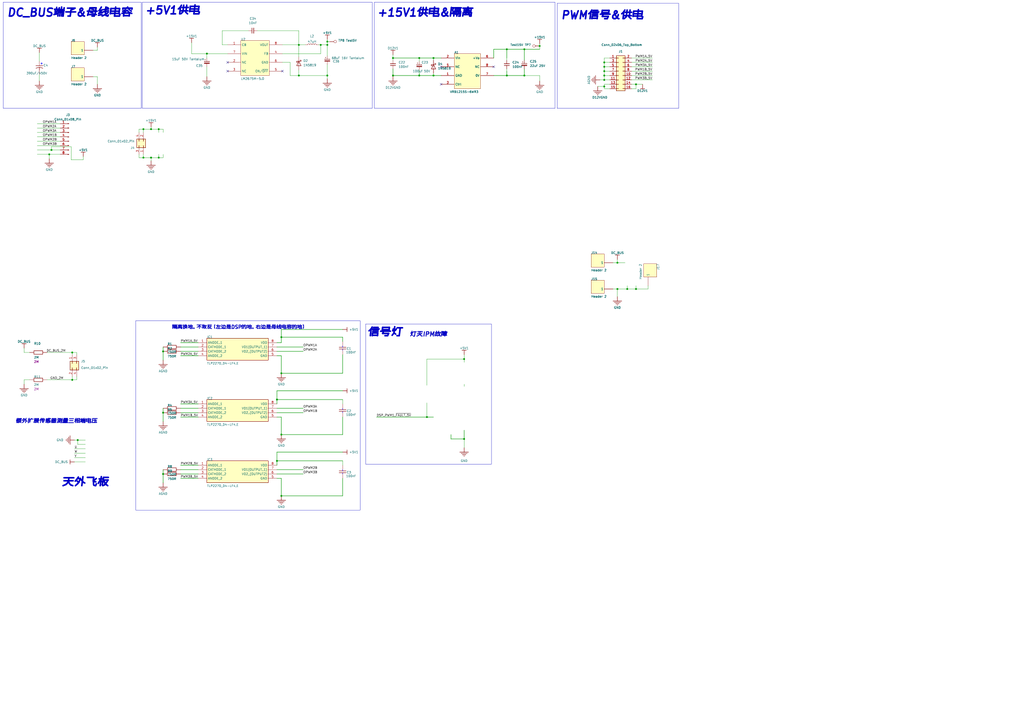
<source format=kicad_sch>
(kicad_sch (version 20230121) (generator eeschema)
  (paper "A2")
  (lib_symbols
    (symbol "Connector:Conn_01x08_Pin" (pin_names (offset 1.016) hide)
      (property "Reference" "J" (at 0 10.16 0))
      (property "Value" "Conn_01x08_Pin" (at 0 -12.7 0))
      (symbol "Conn_01x08_Pin_1_1"
        (pin passive line (at 5.08 7.62 180) (length 3.81) (name "Pin_1") (number "1"))
        (pin passive line (at 5.08 5.08 180) (length 3.81) (name "Pin_2") (number "2"))
        (pin passive line (at 5.08 2.54 180) (length 3.81) (name "Pin_3") (number "3"))
        (pin passive line (at 5.08 0 180) (length 3.81) (name "Pin_4") (number "4"))
        (pin passive line (at 5.08 -2.54 180) (length 3.81) (name "Pin_5") (number "5"))
        (pin passive line (at 5.08 -5.08 180) (length 3.81) (name "Pin_6") (number "6"))
        (pin passive line (at 5.08 -7.62 180) (length 3.81) (name "Pin_7") (number "7"))
        (pin passive line (at 5.08 -10.16 180) (length 3.81) (name "Pin_8") (number "8"))
      )
    )
    (symbol "Connector:TestPoint" (pin_numbers hide) (pin_names (offset 0.762) hide)
      (property "Reference" "TP" (at 0 6.858 0))
      (property "Value" "TestPoint" (at 0 5.08 0))
      (symbol "TestPoint_1_1"
        (pin passive line (at 0 0 90) (length 2.54) (name "1") (number "1"))
      )
    )
    (symbol "Connector_Generic:Conn_02x02_Odd_Even" (pin_names (offset 1.016) hide)
      (property "Reference" "J" (at 1.27 2.54 0))
      (property "Value" "Conn_02x02_Odd_Even" (at 1.27 -5.08 0))
      (symbol "Conn_02x02_Odd_Even_1_1"
        (pin passive line (at -5.08 0 0) (length 3.81) (name "Pin_1") (number "1"))
        (pin passive line (at 7.62 0 180) (length 3.81) (name "Pin_2") (number "2"))
        (pin passive line (at -5.08 -2.54 0) (length 3.81) (name "Pin_3") (number "3"))
        (pin passive line (at 7.62 -2.54 180) (length 3.81) (name "Pin_4") (number "4"))
      )
    )
    (symbol "Connector_Generic:Conn_02x08_Odd_Even" (pin_names (offset 1.016) hide)
      (property "Reference" "J" (at 1.27 10.16 0))
      (property "Value" "Conn_02x08_Odd_Even" (at 1.27 -12.7 0))
      (symbol "Conn_02x08_Odd_Even_1_1"
        (pin passive line (at -5.08 7.62 0) (length 3.81) (name "Pin_1") (number "1"))
        (pin passive line (at 7.62 -2.54 180) (length 3.81) (name "Pin_10") (number "10"))
        (pin passive line (at -5.08 -5.08 0) (length 3.81) (name "Pin_11") (number "11"))
        (pin passive line (at 7.62 -5.08 180) (length 3.81) (name "Pin_12") (number "12"))
        (pin passive line (at -5.08 -7.62 0) (length 3.81) (name "Pin_13") (number "13"))
        (pin passive line (at 7.62 -7.62 180) (length 3.81) (name "Pin_14") (number "14"))
        (pin passive line (at -5.08 -10.16 0) (length 3.81) (name "Pin_15") (number "15"))
        (pin passive line (at 7.62 -10.16 180) (length 3.81) (name "Pin_16") (number "16"))
        (pin passive line (at 7.62 7.62 180) (length 3.81) (name "Pin_2") (number "2"))
        (pin passive line (at -5.08 5.08 0) (length 3.81) (name "Pin_3") (number "3"))
        (pin passive line (at 7.62 5.08 180) (length 3.81) (name "Pin_4") (number "4"))
        (pin passive line (at -5.08 2.54 0) (length 3.81) (name "Pin_5") (number "5"))
        (pin passive line (at 7.62 2.54 180) (length 3.81) (name "Pin_6") (number "6"))
        (pin passive line (at -5.08 0 0) (length 3.81) (name "Pin_7") (number "7"))
        (pin passive line (at 7.62 0 180) (length 3.81) (name "Pin_8") (number "8"))
        (pin passive line (at -5.08 -2.54 0) (length 3.81) (name "Pin_9") (number "9"))
      )
    )
    (symbol "Device:C_Polarized_Small" (pin_numbers hide) (pin_names (offset 0.254) hide)
      (property "Reference" "C" (at 0.254 1.778 0))
      (property "Value" "C_Polarized_Small" (at 0.254 -2.032 0))
      (symbol "C_Polarized_Small_1_1"
        (pin passive line (at 0 2.54 270) (length 1.8542) (name "~") (number "1"))
        (pin passive line (at 0 -2.54 90) (length 1.8542) (name "~") (number "2"))
      )
    )
    (symbol "Device:C_Small" (pin_numbers hide) (pin_names (offset 0.254) hide)
      (property "Reference" "C" (at 0.254 1.778 0))
      (property "Value" "C_Small" (at 0.254 -2.032 0))
      (symbol "C_Small_1_1"
        (pin passive line (at 0 2.54 270) (length 2.032) (name "~") (number "1"))
        (pin passive line (at 0 -2.54 90) (length 2.032) (name "~") (number "2"))
      )
    )
    (symbol "Device:D_Schottky" (pin_numbers hide) (pin_names (offset 1.016) hide)
      (property "Reference" "D" (at 0 2.54 0))
      (property "Value" "D_Schottky" (at 0 -2.54 0))
      (symbol "D_Schottky_1_1"
        (pin passive line (at -3.81 0 0) (length 2.54) (name "K") (number "1"))
        (pin passive line (at 3.81 0 180) (length 2.54) (name "A") (number "2"))
      )
    )
    (symbol "Device:L" (pin_numbers hide) (pin_names (offset 1.016) hide)
      (property "Reference" "L" (at -1.27 0 90))
      (property "Value" "L" (at 1.905 0 90))
      (symbol "L_1_1"
        (pin passive line (at 0 3.81 270) (length 1.27) (name "1") (number "1"))
        (pin passive line (at 0 -3.81 90) (length 1.27) (name "2") (number "2"))
      )
    )
    (symbol "inventer-altium-import:D12V1" (power)
      (property "Reference" "#PWR" (at 0 0 0))
      (property "Value" "D12V1" (at 0 3.81 0))
      (symbol "D12V1_0_0"
        (pin power_in line (at 0 0 0) (length 0) hide (name "D12V1") (number ""))
      )
    )
    (symbol "inventer-altium-import:D12VGND" (power)
      (property "Reference" "#PWR" (at 0 0 0))
      (property "Value" "D12VGND" (at 0 6.35 0))
      (symbol "D12VGND_0_0"
        (pin power_in line (at 0 0 0) (length 0) hide (name "D12VGND") (number ""))
      )
    )
    (symbol "inventer-altium-import:root_0_Component_1"
      (symbol "root_0_Component_1_1_0"
        (pin passive line (at -7.62 7.62 0) (length 7.62) (name "GND") (number "1"))
        (pin passive line (at -7.62 17.78 0) (length 7.62) (name "Vin") (number "2"))
        (pin passive line (at -7.62 2.54 0) (length 7.62) (name "Ctrl") (number "3"))
        (pin passive line (at -7.62 12.7 0) (length 7.62) (name "NC") (number "5"))
        (pin passive line (at 22.86 17.78 180) (length 7.62) (name "+Vo") (number "6"))
        (pin passive line (at 22.86 7.62 180) (length 7.62) (name "0V") (number "7"))
        (pin passive line (at 22.86 12.7 180) (length 7.62) (name "NC") (number "8"))
      )
    )
    (symbol "inverter-altium-import:+15V1" (power)
      (property "Reference" "#PWR" (at 0 0 0))
      (property "Value" "+15V1" (at 0 3.81 0))
      (symbol "+15V1_0_0"
        (pin power_in line (at 0 0 0) (length 0) hide (name "+15V1") (number ""))
      )
    )
    (symbol "inverter-altium-import:+5V1" (power)
      (property "Reference" "#PWR" (at 0 0 0))
      (property "Value" "+5V1" (at 0 3.81 0))
      (symbol "+5V1_0_0"
        (pin power_in line (at 0 0 0) (length 0) hide (name "+5V1") (number ""))
      )
    )
    (symbol "inverter-altium-import:AGND" (power)
      (property "Reference" "#PWR" (at 0 0 0))
      (property "Value" "AGND" (at 0 6.35 0))
      (symbol "AGND_0_0"
        (pin power_in line (at 0 0 0) (length 0) hide (name "AGND") (number ""))
      )
    )
    (symbol "inverter-altium-import:DC_BUS" (power)
      (property "Reference" "#PWR" (at 0 0 0))
      (property "Value" "DC_BUS" (at 0 3.81 0))
      (symbol "DC_BUS_0_0"
        (pin power_in line (at 0 0 0) (length 0) hide (name "DC_BUS") (number ""))
      )
    )
    (symbol "inverter-altium-import:GND" (power)
      (property "Reference" "#PWR" (at 0 0 0))
      (property "Value" "GND" (at 0 6.35 0))
      (symbol "GND_0_0"
        (pin power_in line (at 0 0 0) (length 0) hide (name "GND") (number ""))
      )
    )
    (symbol "inverter-altium-import:root_0_LM2675"
      (symbol "root_0_LM2675_1_0"
        (pin passive line (at -7.62 -2.54 0) (length 7.62) (name "CB") (number "1"))
        (pin passive line (at -7.62 -12.7 0) (length 7.62) (name "NC") (number "2"))
        (pin passive line (at -7.62 -17.78 0) (length 7.62) (name "NC") (number "3"))
        (pin passive line (at 24.13 -7.62 180) (length 7.62) (name "FB") (number "4"))
        (pin passive line (at 24.13 -17.78 180) (length 7.62) (name "ON/~{OFF}") (number "5"))
        (pin passive line (at 24.13 -12.7 180) (length 7.62) (name "GND") (number "6"))
        (pin passive line (at -7.62 -7.62 0) (length 7.62) (name "VIN") (number "7"))
        (pin passive line (at 24.13 -2.54 180) (length 7.62) (name "VOUT") (number "8"))
      )
    )
    (symbol "inverter-altium-import:root_0_Res2"
      (symbol "root_0_Res2_1_0"
        (pin passive line (at -2.54 -2.54 0) (length 2.54) (name "1") (number "1"))
        (pin passive line (at 7.62 -2.54 180) (length 2.54) (name "2") (number "2"))
      )
    )
    (symbol "inverter-altium-import:root_0_TLP2270_D4-LF4,E"
      (symbol "root_0_TLP2270_D4-LF4,E_1_0"
        (pin passive line (at 0 0 0) (length 5.08) (name "ANODE_1") (number "1"))
        (pin passive line (at 0 -2.54 0) (length 5.08) (name "CATHODE_1") (number "2"))
        (pin passive line (at 0 -5.08 0) (length 5.08) (name "CATHODE_2") (number "3"))
        (pin passive line (at 0 -7.62 0) (length 5.08) (name "ANODE_2") (number "4"))
        (pin passive line (at 45.72 -7.62 180) (length 5.08) (name "GND") (number "5"))
        (pin passive line (at 45.72 -5.08 180) (length 5.08) (name "VO2_(OUTPUT2)") (number "6"))
        (pin passive line (at 45.72 -2.54 180) (length 5.08) (name "VO1(OUTPUT_1)") (number "7"))
        (pin passive line (at 45.72 0 180) (length 5.08) (name "VDD") (number "8"))
      )
    )
    (symbol "inverter-altium-import:root_1_Cap"
      (symbol "root_1_Cap_1_0"
        (pin passive line (at 2.54 -2.54 90) (length 2.54) (name "1") (number "1"))
        (pin passive line (at 2.54 5.08 270) (length 2.54) (name "2") (number "2"))
      )
    )
    (symbol "inverter-altium-import:root_2_Header 2"
      (symbol "root_2_Header 2_1_0"
        (pin passive line (at 5.08 2.54 180) (length 5.08) (name "1") (number "1"))
      )
    )
    (symbol "inverter-altium-import:root_2_Res2"
      (symbol "root_2_Res2_1_0"
        (pin passive line (at 2.54 2.54 180) (length 2.54) (name "1") (number "1"))
        (pin passive line (at -7.62 2.54 0) (length 2.54) (name "2") (number "2"))
      )
    )
    (symbol "inverter-altium-import:root_3_Cap Pol1"
      (symbol "root_3_Cap Pol1_1_0"
        (pin passive line (at -2.54 2.54 270) (length 2.54) (name "1") (number "1"))
        (pin passive line (at -2.54 -5.08 90) (length 2.54) (name "2") (number "2"))
      )
    )
  )
  (junction (at 269.24 208.28))
  (junction (at 251.46 33.655))
  (junction (at 294.005 43.815))
  (junction (at 189.865 24.13))
  (junction (at 350.52 36.195))
  (junction (at 163.195 195.58))
  (junction (at 313.055 26.67))
  (junction (at 94.615 239.395))
  (junction (at 358.14 152.4))
  (junction (at 45.085 255.27))
  (junction (at 294.005 28.575))
  (junction (at 350.52 41.275))
  (junction (at 173.355 26.035))
  (junction (at 83.185 91.44))
  (junction (at 83.185 74.93))
  (junction (at 87.63 91.44))
  (junction (at 163.195 216.535))
  (junction (at 173.355 43.815))
  (junction (at 163.195 252.095))
  (junction (at 363.855 167.64))
  (junction (at 368.935 48.895))
  (junction (at 92.075 91.44))
  (junction (at 92.075 74.93))
  (junction (at 87.63 74.93))
  (junction (at 160.655 231.775))
  (junction (at 350.52 43.815))
  (junction (at 160.655 267.335))
  (junction (at 350.52 38.735))
  (junction (at 227.965 33.655))
  (junction (at 94.615 274.955))
  (junction (at 227.965 43.815))
  (junction (at 163.195 287.655))
  (junction (at 28.575 89.535))
  (junction (at 368.935 167.64))
  (junction (at 94.615 203.835))
  (junction (at 350.52 50.165))
  (junction (at 243.205 33.655))
  (junction (at 247.65 241.935))
  (junction (at 243.205 43.815))
  (junction (at 269.24 254.635))
  (junction (at 41.91 220.345))
  (junction (at 120.015 31.115))
  (junction (at 358.14 167.64))
  (junction (at 189.865 26.035))
  (junction (at 186.055 26.035))
  (junction (at 41.91 204.47))
  (junction (at 350.52 46.355))
  (junction (at 189.865 43.815))
  (junction (at 29.845 86.995))
  (junction (at 304.165 43.815))
  (junction (at 251.46 43.815))
  (junction (at 304.165 28.575))
  (no_connect (at 255.905 38.735))
  (no_connect (at 163.83 41.275))
  (no_connect (at 132.08 36.195))
  (no_connect (at 255.905 48.895))
  (no_connect (at 286.385 38.735))
  (no_connect (at 132.08 41.275))
  (wire (pts (xy 163.195 252.095) (xy 163.195 241.935)) (stroke (width 0.254)))
  (wire (pts (xy 198.755 231.775) (xy 198.755 234.315)))
  (wire (pts (xy 114.935 241.935) (xy 104.775 241.935)) (stroke (width 0.254)))
  (wire (pts (xy 350.52 36.195) (xy 353.695 36.195)))
  (wire (pts (xy 163.83 36.195) (xy 168.275 36.195)))
  (wire (pts (xy 198.755 267.335) (xy 198.755 269.875)))
  (wire (pts (xy 294.005 33.655) (xy 294.005 34.925)))
  (wire (pts (xy 269.24 208.28) (xy 269.24 210.185)))
  (wire (pts (xy 43.18 260.35) (xy 49.53 260.35)))
  (wire (pts (xy 44.45 218.44) (xy 44.45 220.345)))
  (wire (pts (xy 189.865 26.035) (xy 189.865 32.385)))
  (wire (pts (xy 304.165 40.005) (xy 304.165 43.815)) (stroke (width 0.254)))
  (wire (pts (xy 44.45 205.74) (xy 44.45 204.47)))
  (wire (pts (xy 83.185 89.535) (xy 83.185 91.44)))
  (wire (pts (xy 13.97 204.47) (xy 17.145 204.47)))
  (wire (pts (xy 186.055 31.115) (xy 186.055 26.035)))
  (wire (pts (xy 163.195 195.58) (xy 163.195 198.755)) (stroke (width 0.254)))
  (wire (pts (xy 114.935 272.415) (xy 104.775 272.415)) (stroke (width 0.254)))
  (wire (pts (xy 368.935 48.895) (xy 372.745 48.895)))
  (wire (pts (xy 114.935 277.495) (xy 104.775 277.495)) (stroke (width 0.254)))
  (wire (pts (xy 128.905 26.035) (xy 132.08 26.035)))
  (wire (pts (xy 87.63 91.44) (xy 92.075 91.44)))
  (wire (pts (xy 111.125 31.115) (xy 120.015 31.115)))
  (wire (pts (xy 29.845 86.995) (xy 34.925 86.995)))
  (wire (pts (xy 243.205 33.655) (xy 227.965 33.655)) (stroke (width 0.254)))
  (wire (pts (xy 27.305 220.345) (xy 41.91 220.345)))
  (wire (pts (xy 350.52 38.735) (xy 353.695 38.735)))
  (wire (pts (xy 160.655 239.395) (xy 175.895 239.395)) (stroke (width 0.254)))
  (wire (pts (xy 41.275 92.71) (xy 48.26 92.71)))
  (wire (pts (xy 80.645 74.93) (xy 80.645 76.835)))
  (wire (pts (xy 114.935 206.375) (xy 104.775 206.375)) (stroke (width 0.254)))
  (wire (pts (xy 294.005 28.575) (xy 304.165 28.575)) (stroke (width 0.254)))
  (wire (pts (xy 94.615 239.395) (xy 94.615 244.475)) (stroke (width 0.254)))
  (wire (pts (xy 28.575 89.535) (xy 34.925 89.535)))
  (wire (pts (xy 144.145 17.78) (xy 128.905 17.78)))
  (wire (pts (xy 286.385 28.575) (xy 294.005 28.575)) (stroke (width 0.254)))
  (wire (pts (xy 304.165 43.815) (xy 294.005 43.815)) (stroke (width 0.254)))
  (wire (pts (xy 56.515 27.305) (xy 56.515 29.21)))
  (wire (pts (xy 243.205 43.815) (xy 243.205 42.545)) (stroke (width 0.254)))
  (wire (pts (xy 261.62 252.095) (xy 261.62 254.635)) (stroke (width 0.254)))
  (wire (pts (xy 304.165 28.575) (xy 304.165 34.925)) (stroke (width 0.254)))
  (wire (pts (xy 87.63 91.44) (xy 87.63 93.345)))
  (wire (pts (xy 49.53 257.81) (xy 45.085 257.81)))
  (wire (pts (xy 160.655 272.415) (xy 175.895 272.415)) (stroke (width 0.254)))
  (wire (pts (xy 350.52 41.275) (xy 353.695 41.275)))
  (wire (pts (xy 83.185 91.44) (xy 87.63 91.44)))
  (wire (pts (xy 350.52 51.435) (xy 350.52 50.165)))
  (wire (pts (xy 27.305 204.47) (xy 41.91 204.47)))
  (wire (pts (xy 163.195 287.655) (xy 163.195 277.495)) (stroke (width 0.254)))
  (wire (pts (xy 366.395 41.275) (xy 378.46 41.275)))
  (wire (pts (xy 94.615 272.415) (xy 94.615 274.955)) (stroke (width 0.254)))
  (wire (pts (xy 247.65 223.52) (xy 247.65 208.28)))
  (wire (pts (xy 363.855 165.735) (xy 363.855 167.64)))
  (wire (pts (xy 269.24 222.885) (xy 269.24 224.155)))
  (wire (pts (xy 313.055 26.67) (xy 313.055 28.575)))
  (wire (pts (xy 366.395 36.195) (xy 378.46 36.195)))
  (wire (pts (xy 28.575 89.535) (xy 28.575 92.075)))
  (wire (pts (xy 227.965 40.005) (xy 227.965 43.815)) (stroke (width 0.254)))
  (wire (pts (xy 160.655 226.695) (xy 160.655 231.775)) (stroke (width 0.254)))
  (wire (pts (xy 286.385 33.655) (xy 286.385 28.575)) (stroke (width 0.254)))
  (wire (pts (xy 375.92 165.735) (xy 375.92 167.64)))
  (wire (pts (xy 227.965 44.45) (xy 227.965 43.815)))
  (wire (pts (xy 366.395 33.655) (xy 378.46 33.655)))
  (wire (pts (xy 160.655 267.335) (xy 160.655 269.875)) (stroke (width 0.254)))
  (wire (pts (xy 366.395 46.355) (xy 378.46 46.355)))
  (wire (pts (xy 294.005 40.005) (xy 294.005 41.275)))
  (wire (pts (xy 13.97 222.885) (xy 13.97 220.345)))
  (wire (pts (xy 21.59 84.455) (xy 34.925 84.455)))
  (wire (pts (xy 163.195 216.535) (xy 198.755 216.535)) (stroke (width 0.254)))
  (wire (pts (xy 160.655 274.955) (xy 175.895 274.955)) (stroke (width 0.254)))
  (wire (pts (xy 189.865 24.13) (xy 189.865 22.86)))
  (wire (pts (xy 163.195 287.655) (xy 198.755 287.655)) (stroke (width 0.254)))
  (wire (pts (xy 21.59 74.295) (xy 34.925 74.295)))
  (wire (pts (xy 41.91 220.345) (xy 44.45 220.345)))
  (wire (pts (xy 83.185 74.93) (xy 80.645 74.93)))
  (wire (pts (xy 104.775 239.395) (xy 114.935 239.395)) (stroke (width 0.254)))
  (wire (pts (xy 45.085 257.81) (xy 45.085 255.27)))
  (wire (pts (xy 198.755 267.335) (xy 160.655 267.335)) (stroke (width 0.254)))
  (wire (pts (xy 120.015 31.115) (xy 132.08 31.115)))
  (wire (pts (xy 247.65 208.28) (xy 269.24 208.28)))
  (wire (pts (xy 21.59 71.755) (xy 34.925 71.755)))
  (wire (pts (xy 358.14 150.495) (xy 358.14 152.4)))
  (wire (pts (xy 247.65 241.935) (xy 218.44 241.935)) (stroke (width 0.254)))
  (wire (pts (xy 94.615 274.955) (xy 94.615 280.035)) (stroke (width 0.254)))
  (wire (pts (xy 189.865 43.815) (xy 189.865 45.72)))
  (wire (pts (xy 168.275 36.195) (xy 168.275 43.815)))
  (wire (pts (xy 160.655 236.855) (xy 175.895 236.855)) (stroke (width 0.254)))
  (wire (pts (xy 114.935 269.875) (xy 104.775 269.875)) (stroke (width 0.254)))
  (wire (pts (xy 294.005 43.815) (xy 286.385 43.815)) (stroke (width 0.254)))
  (wire (pts (xy 87.63 73.66) (xy 87.63 74.93)))
  (wire (pts (xy 160.655 231.775) (xy 160.655 234.315)) (stroke (width 0.254)))
  (wire (pts (xy 353.695 46.355) (xy 350.52 46.355)))
  (wire (pts (xy 198.755 205.74) (xy 198.755 216.535)) (stroke (width 0.254)))
  (wire (pts (xy 120.015 38.735) (xy 120.015 44.45)))
  (wire (pts (xy 94.615 236.855) (xy 94.615 239.395)) (stroke (width 0.254)))
  (wire (pts (xy 87.63 74.93) (xy 92.075 74.93)))
  (wire (pts (xy 21.59 76.835) (xy 34.925 76.835)))
  (wire (pts (xy 363.855 167.64) (xy 358.14 167.64)))
  (wire (pts (xy 92.075 91.44) (xy 94.615 91.44)))
  (wire (pts (xy 368.935 48.895) (xy 368.935 51.435)))
  (wire (pts (xy 313.055 43.815) (xy 304.165 43.815)))
  (wire (pts (xy 163.195 191.135) (xy 163.195 195.58)) (stroke (width 0.254)))
  (wire (pts (xy 269.24 254.635) (xy 269.24 249.555)) (stroke (width 0.254)))
  (wire (pts (xy 13.97 201.93) (xy 13.97 204.47)))
  (wire (pts (xy 247.65 233.68) (xy 247.65 241.935)))
  (wire (pts (xy 168.275 43.815) (xy 173.355 43.815)))
  (wire (pts (xy 114.935 201.295) (xy 104.775 201.295)) (stroke (width 0.254)))
  (wire (pts (xy 56.515 44.45) (xy 53.975 44.45)))
  (wire (pts (xy 160.655 262.255) (xy 160.655 267.335)) (stroke (width 0.254)))
  (wire (pts (xy 56.515 29.21) (xy 53.975 29.21)))
  (wire (pts (xy 189.865 26.035) (xy 189.865 24.13)))
  (wire (pts (xy 347.98 46.355) (xy 350.52 46.355)))
  (wire (pts (xy 269.24 254.635) (xy 269.24 259.715)))
  (wire (pts (xy 173.355 40.64) (xy 173.355 43.815)))
  (wire (pts (xy 114.935 236.855) (xy 104.775 236.855)) (stroke (width 0.254)))
  (wire (pts (xy 358.14 167.64) (xy 355.6 167.64)))
  (wire (pts (xy 198.755 195.58) (xy 163.195 195.58)) (stroke (width 0.254)))
  (wire (pts (xy 227.965 31.75) (xy 227.965 33.655)))
  (wire (pts (xy 92.075 74.93) (xy 94.615 74.93)))
  (wire (pts (xy 368.935 165.735) (xy 368.935 167.64)))
  (wire (pts (xy 227.965 33.655) (xy 227.965 34.925)))
  (wire (pts (xy 94.615 89.535) (xy 94.615 91.44)))
  (wire (pts (xy 29.845 86.995) (xy 29.845 85.09)))
  (wire (pts (xy 173.355 26.035) (xy 177.165 26.035)))
  (wire (pts (xy 261.62 254.635) (xy 269.24 254.635)) (stroke (width 0.254)))
  (wire (pts (xy 251.46 42.545) (xy 251.46 43.815)))
  (wire (pts (xy 111.125 24.765) (xy 111.125 31.115)))
  (wire (pts (xy 269.24 205.74) (xy 269.24 208.28)))
  (wire (pts (xy 350.52 50.165) (xy 346.71 50.165)))
  (wire (pts (xy 48.26 90.805) (xy 48.26 92.71)))
  (wire (pts (xy 83.185 74.93) (xy 87.63 74.93)))
  (wire (pts (xy 173.355 26.035) (xy 173.355 33.02)))
  (wire (pts (xy 358.14 152.4) (xy 355.6 152.4)))
  (wire (pts (xy 22.86 30.48) (xy 22.86 35.56)))
  (wire (pts (xy 313.055 46.99) (xy 313.055 43.815)))
  (wire (pts (xy 22.86 43.18) (xy 22.86 46.99)))
  (wire (pts (xy 92.075 74.93) (xy 92.075 76.835)))
  (wire (pts (xy 350.52 33.655) (xy 350.52 36.195)))
  (wire (pts (xy 294.005 28.575) (xy 294.005 33.655)) (stroke (width 0.254)))
  (wire (pts (xy 353.695 48.895) (xy 350.52 48.895)))
  (wire (pts (xy 251.46 241.935) (xy 247.65 241.935)) (stroke (width 0.254)))
  (wire (pts (xy 198.755 226.695) (xy 160.655 226.695)) (stroke (width 0.254)))
  (wire (pts (xy 191.135 24.13) (xy 189.865 24.13)))
  (wire (pts (xy 114.935 234.315) (xy 104.775 234.315)) (stroke (width 0.254)))
  (wire (pts (xy 350.52 38.735) (xy 350.52 41.275)))
  (wire (pts (xy 251.46 33.655) (xy 251.46 34.925)))
  (wire (pts (xy 128.905 17.78) (xy 128.905 26.035)))
  (wire (pts (xy 366.395 48.895) (xy 368.935 48.895)))
  (wire (pts (xy 80.645 91.44) (xy 83.185 91.44)))
  (wire (pts (xy 41.91 205.74) (xy 41.91 204.47)))
  (wire (pts (xy 149.225 17.78) (xy 173.355 17.78)))
  (wire (pts (xy 120.015 31.115) (xy 120.015 33.655)))
  (wire (pts (xy 80.645 89.535) (xy 80.645 91.44)))
  (wire (pts (xy 366.395 43.815) (xy 378.46 43.815)))
  (wire (pts (xy 184.785 26.035) (xy 186.055 26.035)))
  (wire (pts (xy 353.695 33.655) (xy 350.52 33.655)))
  (wire (pts (xy 350.52 48.895) (xy 350.52 50.165)))
  (wire (pts (xy 163.195 241.935) (xy 160.655 241.935)) (stroke (width 0.254)))
  (wire (pts (xy 104.775 203.835) (xy 114.935 203.835)) (stroke (width 0.254)))
  (wire (pts (xy 353.695 51.435) (xy 350.52 51.435)))
  (wire (pts (xy 163.195 216.535) (xy 163.195 206.375)) (stroke (width 0.254)))
  (wire (pts (xy 255.905 33.655) (xy 251.46 33.655)) (stroke (width 0.254)))
  (wire (pts (xy 198.755 195.58) (xy 198.755 198.12)) (stroke (width 0.254)))
  (wire (pts (xy 21.59 81.915) (xy 34.925 81.915)))
  (wire (pts (xy 41.275 85.09) (xy 41.275 92.71)))
  (wire (pts (xy 313.055 25.4) (xy 313.055 26.67)))
  (wire (pts (xy 160.655 198.755) (xy 163.195 198.755)) (stroke (width 0.254)))
  (wire (pts (xy 163.83 26.035) (xy 173.355 26.035)))
  (wire (pts (xy 13.97 220.345) (xy 17.145 220.345)))
  (wire (pts (xy 83.185 74.93) (xy 83.185 76.835)))
  (wire (pts (xy 163.195 252.095) (xy 198.755 252.095)) (stroke (width 0.254)))
  (wire (pts (xy 163.195 191.135) (xy 198.755 191.135)) (stroke (width 0.254)))
  (wire (pts (xy 43.18 255.27) (xy 45.085 255.27)))
  (wire (pts (xy 94.615 203.835) (xy 94.615 208.915)) (stroke (width 0.254)))
  (wire (pts (xy 350.52 43.815) (xy 350.52 41.275)))
  (wire (pts (xy 163.195 206.375) (xy 160.655 206.375)) (stroke (width 0.254)))
  (wire (pts (xy 358.14 172.085) (xy 358.14 167.64)))
  (wire (pts (xy 255.905 43.815) (xy 251.46 43.815)) (stroke (width 0.254)))
  (wire (pts (xy 251.46 33.655) (xy 243.205 33.655)) (stroke (width 0.254)))
  (wire (pts (xy 375.92 167.64) (xy 368.935 167.64)))
  (wire (pts (xy 21.59 79.375) (xy 34.925 79.375)))
  (wire (pts (xy 251.46 43.815) (xy 243.205 43.815)) (stroke (width 0.254)))
  (wire (pts (xy 41.91 218.44) (xy 41.91 220.345)))
  (wire (pts (xy 43.18 265.43) (xy 49.53 265.43)))
  (wire (pts (xy 56.515 48.895) (xy 56.515 44.45)))
  (wire (pts (xy 368.935 167.64) (xy 363.855 167.64)))
  (wire (pts (xy 29.845 85.09) (xy 41.275 85.09)))
  (wire (pts (xy 350.52 43.815) (xy 353.695 43.815)))
  (wire (pts (xy 294.005 41.275) (xy 294.005 43.815)) (stroke (width 0.254)))
  (wire (pts (xy 350.52 36.195) (xy 350.52 38.735)))
  (wire (pts (xy 243.205 40.64) (xy 243.205 42.545)))
  (wire (pts (xy 45.085 255.27) (xy 49.53 255.27)))
  (wire (pts (xy 186.055 26.035) (xy 189.865 26.035)))
  (wire (pts (xy 366.395 51.435) (xy 368.935 51.435)))
  (wire (pts (xy 104.775 274.955) (xy 114.935 274.955)) (stroke (width 0.254)))
  (wire (pts (xy 243.205 33.655) (xy 243.205 35.56)))
  (wire (pts (xy 198.755 262.255) (xy 160.655 262.255)) (stroke (width 0.254)))
  (wire (pts (xy 114.935 198.755) (xy 104.775 198.755)) (stroke (width 0.254)))
  (wire (pts (xy 43.18 262.89) (xy 49.53 262.89)))
  (wire (pts (xy 163.195 277.495) (xy 160.655 277.495)) (stroke (width 0.254)))
  (wire (pts (xy 21.59 86.995) (xy 29.845 86.995)))
  (wire (pts (xy 173.355 43.815) (xy 189.865 43.815)))
  (wire (pts (xy 366.395 38.735) (xy 378.46 38.735)))
  (wire (pts (xy 92.075 89.535) (xy 92.075 91.44)))
  (wire (pts (xy 198.755 241.935) (xy 198.755 252.095)) (stroke (width 0.254)))
  (wire (pts (xy 160.655 201.295) (xy 175.895 201.295)) (stroke (width 0.254)))
  (wire (pts (xy 160.655 203.835) (xy 175.895 203.835)) (stroke (width 0.254)))
  (wire (pts (xy 358.14 152.4) (xy 362.585 152.4)))
  (wire (pts (xy 21.59 89.535) (xy 28.575 89.535)))
  (wire (pts (xy 350.52 46.355) (xy 350.52 43.815)))
  (wire (pts (xy 94.615 201.295) (xy 94.615 203.835)) (stroke (width 0.254)))
  (wire (pts (xy 163.83 31.115) (xy 186.055 31.115)))
  (wire (pts (xy 198.755 277.495) (xy 198.755 287.655)) (stroke (width 0.254)))
  (wire (pts (xy 227.965 43.815) (xy 243.205 43.815)) (stroke (width 0.254)))
  (wire (pts (xy 41.91 204.47) (xy 44.45 204.47)))
  (wire (pts (xy 189.865 37.465) (xy 189.865 43.815)))
  (wire (pts (xy 43.18 267.97) (xy 49.53 267.97)))
  (wire (pts (xy 304.165 28.575) (xy 313.055 28.575)) (stroke (width 0.254)))
  (wire (pts (xy 173.355 17.78) (xy 173.355 26.035)))
  (wire (pts (xy 94.615 74.93) (xy 94.615 76.835)))
  (wire (pts (xy 198.755 231.775) (xy 160.655 231.775)) (stroke (width 0.254)))
  (rectangle (start 82.55 1.27) (end 215.9 62.865))
  (rectangle (start 217.17 1.27) (end 321.945 62.865))
  (rectangle (start 1.905 1.27) (end 81.915 62.865))
  (rectangle (start 78.74 186.055) (end 208.915 295.91))
  (rectangle (start 323.215 1.905) (end 393.7 62.865))
  (rectangle (start 212.09 187.96) (end 285.115 269.24))
  (text "+5V1供电" (at 83.82 8.89 0) (effects (font (size 4.572 4.572) bold italic) (justify left bottom)))
  (text "PWM信号&供电" (at 325.12 11.684 0) (effects (font (size 4.572 4.572) bold italic) (justify left bottom)))
  (text "灯灭IPM故障" (at 237.49 195.58 0) (effects (font (size 2.54 2.54) bold italic) (justify left bottom)))
  (text "信号灯" (at 212.725 195.58 0) (effects (font (size 4.572 4.572) bold italic) (justify left bottom)))
  (text "隔离换地，不取反（左边是DSP的地，右边是母线电容的地）" (at 99.695 191.135 0) (effects (font (size 2.032 2.032) bold) (justify left bottom)))
  (text "DC_BUS端子&母线电容" (at 3.81 10.16 0) (effects (font (size 4.572 4.572) bold italic) (justify left bottom)))
  (text "+15V1供电&隔离" (at 218.44 10.16 0) (effects (font (size 4.572 4.572) bold italic) (justify left bottom)))
  (text "天外飞板" (at 35.56 282.575 0) (effects (font (size 4.572 4.572) bold italic) (justify left bottom)))
  (text "额外扩展传感器测量三相端电压" (at 8.89 245.745 0) (effects (font (size 2.286 2.286) bold italic) (justify left bottom)))
  (label "PWM1B_5V" (at 378.46 41.275 180))
  (label "PWM3B_5V" (at 104.775 277.495 180))
  (label "PWM1A_5V" (at 378.46 33.655 180))
  (label "PWM2A_5V" (at 104.775 206.375 180))
  (label "OPWM1B" (at 24.765 79.375 180))
  (label "PWM1A_5V" (at 104.775 198.755 180))
  (label "PWM2B_5V" (at 378.46 43.815 180))
  (label "OPWM2B" (at 175.895 272.415 180))
  (label "OPWM1A" (at 24.765 71.755 180))
  (label "OPWM3A" (at 175.895 236.855 180))
  (label "OPWM2B" (at 24.765 81.915 180))
  (label "GND_2M" (at 36.83 220.345 180))
  (label "PWM3A_5V" (at 378.46 38.735 180))
  (label "OPWM2A" (at 24.765 74.295 180))
  (label "OPWM1A" (at 175.895 201.295 180))
  (label "DSP_PWM1_~{FAULT_5V}" (at 218.44 241.935 180))
  (label "OPWM3A" (at 24.765 76.835 180))
  (label "U" (at 43.18 260.35 180))
  (label "PWM2B_5V" (at 104.775 269.875 180))
  (label "OPWM3B" (at 24.765 84.455 180))
  (label "DC_BUS_2M" (at 38.1 204.47 180))
  (label "W" (at 43.18 262.89 180))
  (label "OPWM3B" (at 175.895 274.955 180))
  (label "PWM2A_5V" (at 378.46 36.195 180))
  (label "OPWM2A" (at 175.895 203.835 180))
  (label "PWM3B_5V" (at 378.46 46.355 180))
  (label "V" (at 43.18 265.43 180))
  (label "OPWM1B" (at 175.895 239.395 180))
  (label "PWM3A_5V" (at 104.775 234.315 180))
  (label "PWM1B_5V" (at 104.775 241.935 180))
  (symbol (lib_id "inverter-altium-import:DC_BUS") (at 56.515 27.305 180) (unit 1)
    (property "Reference" "#PWR014" (effects hide))
    (property "Value" "DC_BUS" (at 56.515 23.495 0))
  )
  (symbol (lib_id "Device:C_Polarized_Small") (at 120.015 36.195 0) (unit 1)
    (property "Reference" "C35" (at 113.665 38.1 0) (effects (justify left)))
    (property "Value" "15uF 50V Tantalum" (at 99.695 34.29 0) (effects (justify left)))
    (property "Footprint" "Capacitor_Tantalum_SMD:CP_EIA-3528-21_Kemet-B_Pad1.50x2.35mm_HandSolder" (effects hide))
  )
  (symbol (lib_id "inverter-altium-import:DC_BUS") (at 43.18 267.97 270) (unit 1)
    (property "Reference" "#PWR026" (effects hide))
    (property "Value" "DC_BUS" (at 39.37 267.97 90) (effects (justify right)))
  )
  (symbol (lib_id "inverter-altium-import:DC_BUS") (at 13.97 201.93 180) (unit 1)
    (property "Reference" "#PWR016" (effects hide))
    (property "Value" "DC_BUS" (at 13.97 198.12 0))
  )
  (symbol (lib_id "inverter-altium-import:root_1_Cap") (at 196.215 239.395 0) (unit 1)
    (property "Reference" "C2" (at 201.041 239.141 0) (effects (justify left bottom)))
    (property "Value" "100nf" (at 200.66 241.3 0) (effects (justify left bottom)))
    (property "Footprint" "Capacitor_SMD:C_0603_1608Metric" (effects hide))
    (property "PUBLISHED" "8-Jun-2000" (effects hide))
    (property "REVISION" "July-2002: Re-released for DXP Platform." (effects hide))
    (property "PUBLISHER" "Altium Limited" (effects hide))
  )
  (symbol (lib_id "inverter-altium-import:GND") (at 163.195 252.095 0) (unit 1)
    (property "Reference" "#PWR08" (effects hide))
    (property "Value" "GND" (at 163.195 258.445 0))
  )
  (symbol (lib_id "inverter-altium-import:+5V1") (at 189.865 22.86 180) (unit 1)
    (property "Reference" "#PWR033" (effects hide))
    (property "Value" "+5V1" (at 189.865 19.05 0))
  )
  (symbol (lib_id "Connector:TestPoint") (at 313.055 26.67 90) (mirror x) (unit 1)
    (property "Reference" "TP7" (at 307.975 26.035 90) (effects (justify left)))
    (property "Value" "Test15V" (at 303.53 26.035 90) (effects (justify left)))
    (property "Footprint" "TestPoint:TestPoint_Pad_D1.0mm" (effects hide))
  )
  (symbol (lib_id "inverter-altium-import:+5V1") (at 198.755 226.695 90) (unit 1)
    (property "Reference" "#PWR06" (effects hide))
    (property "Value" "+5V1" (at 202.565 226.695 90) (effects (justify right)))
  )
  (symbol (lib_id "inverter-altium-import:+15V1") (at 111.125 24.765 180) (unit 1)
    (property "Reference" "#PWR034" (effects hide))
    (property "Value" "+15V1" (at 111.125 20.955 0))
  )
  (symbol (lib_id "inverter-altium-import:root_3_Cap Pol1") (at 25.4 38.1 0) (unit 1)
    (property "Reference" "C4" (at 25.146 38.608 0) (effects (justify left bottom)))
    (property "Value" "390uF/450V" (at 15.24 43.18 0) (effects (justify left bottom)))
    (property "Footprint" "Capacitor_THT:CP_Radial_D35.0mm_P10.00mm_SnapIn" (effects hide))
    (property "PUBLISHED" "8-Jun-2000" (effects hide))
    (property "LATESTREVISIONDATE" "17-Jul-2002" (effects hide))
    (property "LATESTREVISIONNOTE" "Re-released for DXP Platform." (effects hide))
    (property "PUBLISHER" "Altium Limited" (effects hide))
  )
  (symbol (lib_id "inverter-altium-import:AGND") (at 94.615 280.035 0) (unit 1)
    (property "Reference" "#PWR011" (effects hide))
    (property "Value" "AGND" (at 94.615 286.385 0))
  )
  (symbol (lib_id "inverter-altium-import:GND") (at 313.055 46.99 0) (unit 1)
    (property "Reference" "#PWR032" (effects hide))
    (property "Value" "GND" (at 313.055 53.34 0))
  )
  (symbol (lib_id "Connector:Conn_01x08_Pin") (at 40.005 79.375 0) (mirror y) (unit 1)
    (property "Reference" "J3" (at 39.37 66.675 0))
    (property "Value" "Conn_01x08_Pin" (at 39.37 69.215 0))
    (property "Footprint" "Connector_PinSocket_2.54mm:PinSocket_1x08_P2.54mm_Vertical" (effects hide))
  )
  (symbol (lib_id "inverter-altium-import:root_0_TLP2270_D4-LF4,E") (at 114.935 269.875 0) (unit 1)
    (property "Reference" "IC3" (at 120.015 267.335 0) (effects (justify left bottom)))
    (property "Value" "TLP2270_D4-LF4,E" (at 120.015 282.575 0) (effects (justify left bottom)))
    (property "Footprint" "Package_SO:SOIC-8_7.5x5.85mm_P1.27mm" (effects hide))
    (property "DATASHEET LINK" "http://toshiba.semicon-storage.com/info/docget.jsp?did=54624&prodName=TLP2270" (effects hide))
    (property "HEIGHT" "2.2mm" (effects hide))
    (property "MANUFACTURER_NAME" "Toshiba" (effects hide))
    (property "MANUFACTURER_PART_NUMBER" "TLP2270(D4-LF4,E" (effects hide))
    (property "MOUSER PART NUMBER" "757-TLP2270D4-LF4E" (effects hide))
    (property "MOUSER PRICE/STOCK" "https://www.mouser.co.uk/ProductDetail/Toshiba/TLP2270D4-LF4E?qs=byeeYqUIh0MHPEM80CcHUQ%3D%3D" (effects hide))
    (property "ARROW PART NUMBER" "TLP2270(D4-LF4,E" (effects hide))
    (property "ARROW PRICE/STOCK" "https://www.arrow.com/en/products/tlp2270-d4-lf4e/toshiba" (effects hide))
  )
  (symbol (lib_id "inverter-altium-import:GND") (at 189.865 45.72 0) (unit 1)
    (property "Reference" "#PWR039" (effects hide))
    (property "Value" "GND" (at 189.865 52.07 0))
  )
  (symbol (lib_id "Device:C_Polarized_Small") (at 243.205 38.1 0) (unit 1)
    (property "Reference" "C23" (at 244.475 36.195 0) (effects (justify left)))
    (property "Value" "100uf 50V" (at 239.395 41.275 0) (effects (justify left)))
    (property "Footprint" "Capacitor_SMD:CP_Elec_6.3x7.7" (effects hide))
  )
  (symbol (lib_id "inverter-altium-import:+5V1") (at 198.755 191.135 90) (unit 1)
    (property "Reference" "#PWR01" (effects hide))
    (property "Value" "+5V1" (at 202.565 191.135 90) (effects (justify right)))
  )
  (symbol (lib_id "inverter-altium-import:GND") (at 13.97 222.885 0) (unit 1)
    (property "Reference" "#PWR020" (effects hide))
    (property "Value" "GND" (at 13.97 229.235 0))
  )
  (symbol (lib_id "inverter-altium-import:AGND") (at 347.98 46.355 270) (unit 1)
    (property "Reference" "#PWR05" (effects hide))
    (property "Value" "AGND" (at 341.63 46.355 0))
  )
  (symbol (lib_id "inverter-altium-import:+15V1") (at 313.055 25.4 180) (unit 1)
    (property "Reference" "#PWR036" (effects hide))
    (property "Value" "+15V1" (at 313.055 21.59 0))
  )
  (symbol (lib_id "inverter-altium-import:root_0_LM2675") (at 139.7 23.495 0) (unit 1)
    (property "Reference" "U2" (at 139.7 23.495 0) (effects (justify left bottom)))
    (property "Value" "LM2675M-5.0" (at 139.7 46.355 0) (effects (justify left bottom)))
    (property "Footprint" "Package_SO:SOIC-8_3.9x4.9mm_P1.27mm" (effects hide))
  )
  (symbol (lib_id "inverter-altium-import:root_2_Header 2") (at 350.52 154.94 0) (unit 1)
    (property "Reference" "J14" (at 342.9 147.32 0) (effects (justify left bottom)))
    (property "Value" "Header 2" (at 342.9 157.48 0) (effects (justify left bottom)))
    (property "Footprint" "inverter_lib:M3_smt" (effects hide))
    (property "LATESTREVISIONDATE" "17-Jul-2002" (effects hide))
    (property "LATESTREVISIONNOTE" "Re-released for DXP Platform." (effects hide))
    (property "PUBLISHER" "Altium Limited" (effects hide))
  )
  (symbol (lib_id "Connector_Generic:Conn_02x08_Odd_Even") (at 358.775 41.275 0) (unit 1)
    (property "Reference" "J1" (at 360.045 29.845 0))
    (property "Value" "Conn_02x06_Top_Bottom" (at 360.68 26.035 0))
    (property "Footprint" "Connector_PinSocket_2.54mm:PinSocket_2x08_P2.54mm_Vertical" (effects hide))
  )
  (symbol (lib_id "inventer-altium-import:D12VGND") (at 346.71 50.165 0) (unit 1)
    (property "Reference" "#PWR038" (effects hide))
    (property "Value" "D12VGND" (at 347.98 56.515 0))
  )
  (symbol (lib_id "Device:C_Small") (at 294.005 37.465 180) (unit 1)
    (property "Reference" "C24" (at 297.18 36.1886 0) (effects (justify right)))
    (property "Value" "100nF" (at 297.18 38.7286 0) (effects (justify right)))
    (property "Footprint" "Capacitor_SMD:C_0805_2012Metric" (effects hide))
  )
  (symbol (lib_id "inverter-altium-import:root_2_Res2") (at 102.235 277.495 0) (unit 1)
    (property "Reference" "R9" (at 97.155 273.939 0) (effects (justify left bottom)))
    (property "Value" "750R" (at 97.155 278.511 0) (effects (justify left bottom)))
    (property "Footprint" "Resistor_SMD:R_0603_1608Metric" (effects hide))
    (property "PUBLISHED" "8-Jun-2000" (effects hide))
    (property "LATESTREVISIONDATE" "17-Jul-2002" (effects hide))
    (property "LATESTREVISIONNOTE" "Re-released for DXP Platform." (effects hide))
    (property "PUBLISHER" "Altium Limited" (effects hide))
  )
  (symbol (lib_id "inverter-altium-import:GND") (at 22.86 46.99 0) (unit 1)
    (property "Reference" "#PWR017" (effects hide))
    (property "Value" "GND" (at 22.86 53.34 0))
  )
  (symbol (lib_id "inverter-altium-import:DC_BUS") (at 22.86 30.48 180) (unit 1)
    (property "Reference" "#PWR013" (effects hide))
    (property "Value" "DC_BUS" (at 22.86 26.67 0))
  )
  (symbol (lib_id "Device:C_Small") (at 146.685 17.78 90) (unit 1)
    (property "Reference" "C34" (at 146.6913 10.795 90))
    (property "Value" "10nF" (at 146.6913 13.335 90))
    (property "Footprint" "Capacitor_SMD:C_0603_1608Metric" (effects hide))
  )
  (symbol (lib_id "inventer-altium-import:D12VGND") (at 227.965 44.45 0) (unit 1)
    (property "Reference" "#PWR030" (effects hide))
    (property "Value" "D12VGND" (at 227.965 50.8 0))
  )
  (symbol (lib_id "inverter-altium-import:root_2_Res2") (at 102.235 206.375 0) (unit 1)
    (property "Reference" "R2" (at 97.155 202.819 0) (effects (justify left bottom)))
    (property "Value" "750R" (at 97.155 207.391 0) (effects (justify left bottom)))
    (property "Footprint" "Resistor_SMD:R_0603_1608Metric" (effects hide))
    (property "PUBLISHED" "8-Jun-2000" (effects hide))
    (property "LATESTREVISIONDATE" "17-Jul-2002" (effects hide))
    (property "LATESTREVISIONNOTE" "Re-released for DXP Platform." (effects hide))
    (property "PUBLISHER" "Altium Limited" (effects hide))
  )
  (symbol (lib_id "inventer-altium-import:D12V1") (at 372.745 48.895 0) (unit 1)
    (property "Reference" "#PWR037" (effects hide))
    (property "Value" "D12V1" (at 372.745 52.705 0))
  )
  (symbol (lib_id "inverter-altium-import:root_0_Res2") (at 19.685 217.805 0) (unit 1)
    (property "Reference" "R11" (at 19.685 219.329 0) (effects (justify left bottom)))
    (property "Value" "2M" (at 19.685 223.901 0) (effects (justify left bottom)))
    (property "Footprint" "Resistor_SMD:R_0805_2012Metric" (effects hide))
    (property "PUBLISHED" "8-Jun-2000" (effects hide))
    (property "LATESTREVISIONDATE" "17-Jul-2002" (effects hide))
    (property "LATESTREVISIONNOTE" "Re-released for DXP Platform." (effects hide))
    (property "PACKAGEREFERENCE" "AXIAL-0.4" (effects hide))
    (property "PUBLISHER" "Altium Limited" (effects hide))
    (property "ALTIUM_VALUE" "2M" (at 19.685 226.441 0) (effects (justify left bottom)))
  )
  (symbol (lib_id "Device:C_Polarized_Small") (at 304.165 37.465 0) (unit 1)
    (property "Reference" "C25" (at 307.34 35.6489 0) (effects (justify left)))
    (property "Value" "22uf 25V" (at 307.34 38.1889 0) (effects (justify left)))
    (property "Footprint" "Capacitor_SMD:CP_Elec_5x5.4" (effects hide))
  )
  (symbol (lib_id "inverter-altium-import:root_2_Res2") (at 102.235 241.935 0) (unit 1)
    (property "Reference" "R5" (at 97.155 238.379 0) (effects (justify left bottom)))
    (property "Value" "750R" (at 97.155 242.951 0) (effects (justify left bottom)))
    (property "Footprint" "Resistor_SMD:R_0603_1608Metric" (effects hide))
    (property "PUBLISHED" "8-Jun-2000" (effects hide))
    (property "LATESTREVISIONDATE" "17-Jul-2002" (effects hide))
    (property "LATESTREVISIONNOTE" "Re-released for DXP Platform." (effects hide))
    (property "PUBLISHER" "Altium Limited" (effects hide))
  )
  (symbol (lib_id "inventer-altium-import:D12V1") (at 227.965 31.75 180) (unit 1)
    (property "Reference" "#PWR031" (effects hide))
    (property "Value" "D12V1" (at 227.965 27.94 0))
  )
  (symbol (lib_id "Device:L") (at 180.975 26.035 90) (unit 1)
    (property "Reference" "L2" (at 180.975 20.955 90))
    (property "Value" "47uH" (at 180.975 24.13 90))
    (property "Footprint" "Inductor_SMD:L_6.3x6.3_H3" (effects hide))
  )
  (symbol (lib_id "inverter-altium-import:+5V1") (at 48.26 90.805 180) (unit 1)
    (property "Reference" "#PWR041" (effects hide))
    (property "Value" "+5V1" (at 48.26 86.995 0))
  )
  (symbol (lib_id "inverter-altium-import:GND") (at 163.195 216.535 0) (unit 1)
    (property "Reference" "#PWR04" (effects hide))
    (property "Value" "GND" (at 163.195 222.885 0))
  )
  (symbol (lib_id "inverter-altium-import:GND") (at 43.18 255.27 270) (unit 1)
    (property "Reference" "#PWR025" (effects hide))
    (property "Value" "GND" (at 36.83 255.27 90) (effects (justify right)))
  )
  (symbol (lib_id "inverter-altium-import:GND") (at 358.14 172.085 0) (unit 1)
    (property "Reference" "#PWR045" (effects hide))
    (property "Value" "GND" (at 358.14 178.435 0))
  )
  (symbol (lib_id "inverter-altium-import:root_0_TLP2270_D4-LF4,E") (at 114.935 198.755 0) (unit 1)
    (property "Reference" "IC1" (at 120.015 196.215 0) (effects (justify left bottom)))
    (property "Value" "TLP2270_D4-LF4,E" (at 120.015 211.455 0) (effects (justify left bottom)))
    (property "Footprint" "Package_SO:SOIC-8_7.5x5.85mm_P1.27mm" (effects hide))
    (property "DATASHEET LINK" "http://toshiba.semicon-storage.com/info/docget.jsp?did=54624&prodName=TLP2270" (effects hide))
    (property "HEIGHT" "2.2mm" (effects hide))
    (property "MANUFACTURER_NAME" "Toshiba" (effects hide))
    (property "MANUFACTURER_PART_NUMBER" "TLP2270(D4-LF4,E" (effects hide))
    (property "MOUSER PART NUMBER" "757-TLP2270D4-LF4E" (effects hide))
    (property "MOUSER PRICE/STOCK" "https://www.mouser.co.uk/ProductDetail/Toshiba/TLP2270D4-LF4E?qs=byeeYqUIh0MHPEM80CcHUQ%3D%3D" (effects hide))
    (property "ARROW PART NUMBER" "TLP2270(D4-LF4,E" (effects hide))
    (property "ARROW PRICE/STOCK" "https://www.arrow.com/en/products/tlp2270-d4-lf4e/toshiba" (effects hide))
  )
  (symbol (lib_id "inverter-altium-import:+5V1") (at 198.755 262.255 90) (unit 1)
    (property "Reference" "#PWR010" (effects hide))
    (property "Value" "+5V1" (at 202.565 262.255 90) (effects (justify right)))
  )
  (symbol (lib_id "inverter-altium-import:GND") (at 28.575 92.075 0) (unit 1)
    (property "Reference" "#PWR040" (effects hide))
    (property "Value" "GND" (at 28.575 98.425 0))
  )
  (symbol (lib_id "Connector_Generic:Conn_02x02_Odd_Even") (at 41.91 210.82 90) (mirror x) (unit 1)
    (property "Reference" "J5" (at 46.99 209.55 90) (effects (justify right)))
    (property "Value" "Conn_01x02_Pin" (at 46.99 213.36 90) (effects (justify right)))
    (property "Footprint" "Connector_PinSocket_2.54mm:PinSocket_2x02_P2.54mm_Vertical" (effects hide))
  )
  (symbol (lib_id "inverter-altium-import:+15V1") (at 87.63 73.66 180) (unit 1)
    (property "Reference" "#PWR042" (effects hide))
    (property "Value" "+15V1" (at 87.63 69.85 0))
  )
  (symbol (lib_id "inventer-altium-import:root_0_Component_1") (at 263.525 51.435 0) (unit 1)
    (property "Reference" "A1" (at 263.525 31.115 0) (effects (justify left bottom)))
    (property "Value" "VRB1215S-6WR3" (at 260.985 53.975 0) (effects (justify left bottom)))
    (property "Footprint" "inverter_lib:VRB_S-6WR3" (effects hide))
  )
  (symbol (lib_id "Connector:TestPoint") (at 191.135 24.13 270) (unit 1)
    (property "Reference" "TP8" (at 196.215 23.495 90) (effects (justify left)))
    (property "Value" "Test5V" (at 200.66 23.495 90) (effects (justify left)))
    (property "Footprint" "TestPoint:TestPoint_Pad_D1.0mm" (effects hide))
  )
  (symbol (lib_id "Device:C_Small") (at 227.965 37.465 180) (unit 1)
    (property "Reference" "C22" (at 231.14 36.1886 0) (effects (justify right)))
    (property "Value" "100nF" (at 231.14 38.7286 0) (effects (justify right)))
    (property "Footprint" "Capacitor_SMD:C_0805_2012Metric" (effects hide))
  )
  (symbol (lib_id "Device:D_Schottky") (at 173.355 36.83 270) (unit 1)
    (property "Reference" "D2" (at 175.895 35.2425 90) (effects (justify left)))
    (property "Value" "1N5819" (at 175.895 37.7825 90) (effects (justify left)))
    (property "Footprint" "Diode_SMD:D_SMA" (effects hide))
  )
  (symbol (lib_id "inverter-altium-import:root_0_Res2") (at 19.685 201.93 0) (unit 1)
    (property "Reference" "R10" (at 19.685 200.025 0) (effects (justify left bottom)))
    (property "Value" "2M" (at 19.685 208.026 0) (effects (justify left bottom)))
    (property "Footprint" "Resistor_SMD:R_0805_2012Metric" (effects hide))
    (property "PUBLISHED" "8-Jun-2000" (effects hide))
    (property "LATESTREVISIONDATE" "17-Jul-2002" (effects hide))
    (property "LATESTREVISIONNOTE" "Re-released for DXP Platform." (effects hide))
    (property "PACKAGEREFERENCE" "AXIAL-0.4" (effects hide))
    (property "PUBLISHER" "Altium Limited" (effects hide))
    (property "ALTIUM_VALUE" "2M" (at 19.685 210.566 0) (effects (justify left bottom)))
  )
  (symbol (lib_id "inverter-altium-import:root_2_Header 2") (at 48.895 31.75 0) (unit 1)
    (property "Reference" "J6" (at 41.275 24.13 0) (effects (justify left bottom)))
    (property "Value" "Header 2" (at 41.275 34.29 0) (effects (justify left bottom)))
    (property "Footprint" "inverter_lib:M3_smt" (effects hide))
    (property "LATESTREVISIONDATE" "17-Jul-2002" (effects hide))
    (property "LATESTREVISIONNOTE" "Re-released for DXP Platform." (effects hide))
    (property "PUBLISHER" "Altium Limited" (effects hide))
  )
  (symbol (lib_id "inverter-altium-import:GND") (at 87.63 93.345 0) (unit 1)
    (property "Reference" "#PWR043" (effects hide))
    (property "Value" "GND" (at 87.63 99.695 0))
  )
  (symbol (lib_id "inverter-altium-import:GND") (at 56.515 48.895 0) (unit 1)
    (property "Reference" "#PWR015" (effects hide))
    (property "Value" "GND" (at 56.515 55.245 0))
  )
  (symbol (lib_id "Connector_Generic:Conn_02x02_Odd_Even") (at 83.185 84.455 270) (mirror x) (unit 1)
    (property "Reference" "J4" (at 78.105 85.725 90) (effects (justify right)))
    (property "Value" "Conn_01x02_Pin" (at 78.105 81.915 90) (effects (justify right)))
    (property "Footprint" "Connector_PinSocket_2.54mm:PinSocket_2x02_P2.54mm_Vertical" (effects hide))
  )
  (symbol (lib_id "inverter-altium-import:+5V1") (at 269.24 205.74 180) (unit 1)
    (property "Reference" "#PWR03" (effects hide))
    (property "Value" "+5V1" (at 269.24 201.93 0))
  )
  (symbol (lib_id "inverter-altium-import:GND") (at 269.24 259.715 0) (unit 1)
    (property "Reference" "#PWR09" (effects hide))
    (property "Value" "GND" (at 269.24 267.335 0))
  )
  (symbol (lib_id "inverter-altium-import:GND") (at 163.195 287.655 0) (unit 1)
    (property "Reference" "#PWR012" (effects hide))
    (property "Value" "GND" (at 163.195 294.005 0))
  )
  (symbol (lib_id "inverter-altium-import:root_2_Header 2") (at 350.52 170.18 0) (unit 1)
    (property "Reference" "J15" (at 342.9 162.56 0) (effects (justify left bottom)))
    (property "Value" "Header 2" (at 342.9 172.72 0) (effects (justify left bottom)))
    (property "Footprint" "inverter_lib:M3_smt" (effects hide))
    (property "LATESTREVISIONDATE" "17-Jul-2002" (effects hide))
    (property "LATESTREVISIONNOTE" "Re-released for DXP Platform." (effects hide))
    (property "PUBLISHER" "Altium Limited" (effects hide))
  )
  (symbol (lib_id "inverter-altium-import:root_2_Header 2") (at 373.38 160.655 270) (unit 1)
    (property "Reference" "J17" (at 381 153.035 0) (effects (justify left bottom)))
    (property "Value" "Header 2" (at 370.84 153.035 0) (effects (justify left bottom)))
    (property "Footprint" "inverter_lib:M3_smt" (effects hide))
    (property "LATESTREVISIONDATE" "17-Jul-2002" (effects hide))
    (property "LATESTREVISIONNOTE" "Re-released for DXP Platform." (effects hide))
    (property "PUBLISHER" "Altium Limited" (effects hide))
  )
  (symbol (lib_id "inverter-altium-import:root_1_Cap") (at 196.215 274.955 0) (unit 1)
    (property "Reference" "C3" (at 201.041 274.701 0) (effects (justify left bottom)))
    (property "Value" "100nf" (at 200.66 276.86 0) (effects (justify left bottom)))
    (property "Footprint" "Capacitor_SMD:C_0603_1608Metric" (effects hide))
    (property "PUBLISHED" "8-Jun-2000" (effects hide))
    (property "REVISION" "July-2002: Re-released for DXP Platform." (effects hide))
    (property "PUBLISHER" "Altium Limited" (effects hide))
  )
  (symbol (lib_id "inverter-altium-import:AGND") (at 94.615 244.475 0) (unit 1)
    (property "Reference" "#PWR07" (effects hide))
    (property "Value" "AGND" (at 94.615 250.825 0))
  )
  (symbol (lib_id "inverter-altium-import:DC_BUS") (at 358.14 150.495 180) (unit 1)
    (property "Reference" "#PWR044" (effects hide))
    (property "Value" "DC_BUS" (at 358.14 146.685 0))
  )
  (symbol (lib_id "inverter-altium-import:root_0_TLP2270_D4-LF4,E") (at 114.935 234.315 0) (unit 1)
    (property "Reference" "IC2" (at 120.015 231.775 0) (effects (justify left bottom)))
    (property "Value" "TLP2270_D4-LF4,E" (at 120.015 247.015 0) (effects (justify left bottom)))
    (property "Footprint" "Package_SO:SOIC-8_7.5x5.85mm_P1.27mm" (effects hide))
    (property "DATASHEET LINK" "http://toshiba.semicon-storage.com/info/docget.jsp?did=54624&prodName=TLP2270" (effects hide))
    (property "HEIGHT" "2.2mm" (effects hide))
    (property "MANUFACTURER_NAME" "Toshiba" (effects hide))
    (property "MANUFACTURER_PART_NUMBER" "TLP2270(D4-LF4,E" (effects hide))
    (property "MOUSER PART NUMBER" "757-TLP2270D4-LF4E" (effects hide))
    (property "MOUSER PRICE/STOCK" "https://www.mouser.co.uk/ProductDetail/Toshiba/TLP2270D4-LF4E?qs=byeeYqUIh0MHPEM80CcHUQ%3D%3D" (effects hide))
    (property "ARROW PART NUMBER" "TLP2270(D4-LF4,E" (effects hide))
    (property "ARROW PRICE/STOCK" "https://www.arrow.com/en/products/tlp2270-d4-lf4e/toshiba" (effects hide))
  )
  (symbol (lib_id "inverter-altium-import:root_2_Header 2") (at 48.895 46.99 0) (unit 1)
    (property "Reference" "J7" (at 41.275 39.37 0) (effects (justify left bottom)))
    (property "Value" "Header 2" (at 41.275 49.53 0) (effects (justify left bottom)))
    (property "Footprint" "inverter_lib:M3_smt" (effects hide))
    (property "LATESTREVISIONDATE" "17-Jul-2002" (effects hide))
    (property "LATESTREVISIONNOTE" "Re-released for DXP Platform." (effects hide))
    (property "PUBLISHER" "Altium Limited" (effects hide))
  )
  (symbol (lib_id "inverter-altium-import:GND") (at 120.015 44.45 0) (unit 1)
    (property "Reference" "#PWR035" (effects hide))
    (property "Value" "GND" (at 120.015 50.8 0))
  )
  (symbol (lib_id "inverter-altium-import:root_2_Res2") (at 102.235 203.835 0) (unit 1)
    (property "Reference" "R1" (at 97.155 200.279 0) (effects (justify left bottom)))
    (property "Value" "750R" (at 97.155 204.851 0) (effects (justify left bottom)))
    (property "Footprint" "Resistor_SMD:R_0603_1608Metric" (effects hide))
    (property "PUBLISHED" "8-Jun-2000" (effects hide))
    (property "LATESTREVISIONDATE" "17-Jul-2002" (effects hide))
    (property "LATESTREVISIONNOTE" "Re-released for DXP Platform." (effects hide))
    (property "PUBLISHER" "Altium Limited" (effects hide))
  )
  (symbol (lib_id "inverter-altium-import:root_1_Cap") (at 196.215 203.2 0) (unit 1)
    (property "Reference" "C1" (at 201.041 202.946 0) (effects (justify left bottom)))
    (property "Value" "100nf" (at 200.66 205.105 0) (effects (justify left bottom)))
    (property "Footprint" "Capacitor_SMD:C_0603_1608Metric" (effects hide))
    (property "PUBLISHED" "8-Jun-2000" (effects hide))
    (property "REVISION" "July-2002: Re-released for DXP Platform." (effects hide))
    (property "PUBLISHER" "Altium Limited" (effects hide))
  )
  (symbol (lib_id "Device:C_Polarized_Small") (at 189.865 34.925 0) (unit 1)
    (property "Reference" "C36" (at 193.04 35.56 0) (effects (justify left)))
    (property "Value" "68uF 16V Tantalum" (at 192.405 33.655 0) (effects (justify left)))
    (property "Footprint" "Capacitor_Tantalum_SMD:CP_EIA-6032-28_Kemet-C_Pad2.25x2.35mm_HandSolder" (effects hide))
  )
  (symbol (lib_id "inverter-altium-import:root_2_Res2") (at 102.235 239.395 0) (unit 1)
    (property "Reference" "R4" (at 97.155 235.839 0) (effects (justify left bottom)))
    (property "Value" "750R" (at 97.155 240.411 0) (effects (justify left bottom)))
    (property "Footprint" "Resistor_SMD:R_0603_1608Metric" (effects hide))
    (property "PUBLISHED" "8-Jun-2000" (effects hide))
    (property "LATESTREVISIONDATE" "17-Jul-2002" (effects hide))
    (property "LATESTREVISIONNOTE" "Re-released for DXP Platform." (effects hide))
    (property "PUBLISHER" "Altium Limited" (effects hide))
  )
  (symbol (lib_id "Device:D_Schottky") (at 251.46 38.735 270) (unit 1)
    (property "Reference" "D4" (at 254 37.1475 90) (effects (justify left)))
    (property "Value" "1N5819" (at 254 39.6875 90) (effects (justify left)))
    (property "Footprint" "Diode_SMD:D_SMA" (effects hide))
  )
  (symbol (lib_id "inverter-altium-import:AGND") (at 94.615 208.915 0) (unit 1)
    (property "Reference" "#PWR02" (effects hide))
    (property "Value" "AGND" (at 94.615 215.265 0))
  )
  (symbol (lib_id "inverter-altium-import:root_2_Res2") (at 102.235 274.955 0) (unit 1)
    (property "Reference" "R8" (at 97.155 271.399 0) (effects (justify left bottom)))
    (property "Value" "750R" (at 97.155 275.971 0) (effects (justify left bottom)))
    (property "Footprint" "Resistor_SMD:R_0603_1608Metric" (effects hide))
    (property "PUBLISHED" "8-Jun-2000" (effects hide))
    (property "LATESTREVISIONDATE" "17-Jul-2002" (effects hide))
    (property "LATESTREVISIONNOTE" "Re-released for DXP Platform." (effects hide))
    (property "PUBLISHER" "Altium Limited" (effects hide))
  )
)
</source>
